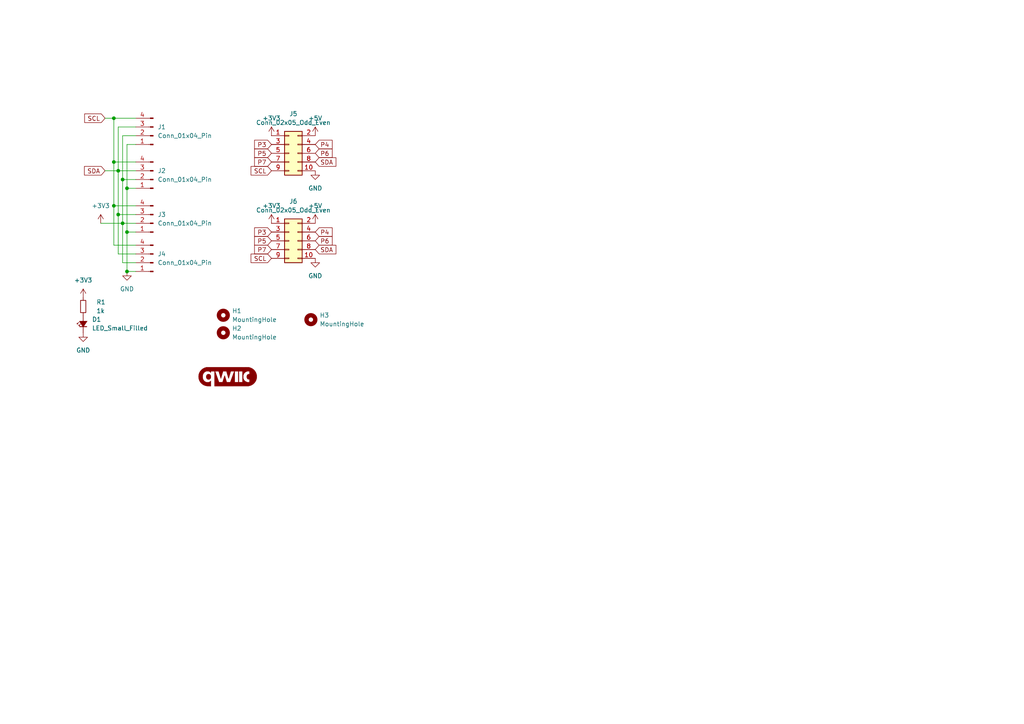
<source format=kicad_sch>
(kicad_sch (version 20231120) (generator "eeschema") (generator_version "8.0")
  (paper "A4")
  (lib_symbols
    (symbol "Connector:Conn_01x04_Pin" (pin_names (offset 1.016) hide)
      (property "Reference" "J" (at 0 5.08 0))
      (property "Value" "Conn_01x04_Pin" (at 0 -7.62 0))
      (symbol "Conn_01x04_Pin_1_1"
        (polyline (pts (xy 1.27 -5.08) (xy 0.8636 -5.08)) (stroke (width 0.1524)))
        (polyline (pts (xy 1.27 -2.54) (xy 0.8636 -2.54)) (stroke (width 0.1524)))
        (polyline (pts (xy 1.27 0) (xy 0.8636 0)) (stroke (width 0.1524)))
        (polyline (pts (xy 1.27 2.54) (xy 0.8636 2.54)) (stroke (width 0.1524)))
        (rectangle (start 0.8636 -4.953) (end 0 -5.207) (stroke (width 0.1524)) (fill (type outline)))
        (rectangle (start 0.8636 -2.413) (end 0 -2.667) (stroke (width 0.1524)) (fill (type outline)))
        (rectangle (start 0.8636 0.127) (end 0 -0.127) (stroke (width 0.1524)) (fill (type outline)))
        (rectangle (start 0.8636 2.667) (end 0 2.413) (stroke (width 0.1524)) (fill (type outline)))
        (pin passive line (at 5.08 2.54 180) (length 3.81) (name "Pin_1") (number "1"))
        (pin passive line (at 5.08 0 180) (length 3.81) (name "Pin_2") (number "2"))
        (pin passive line (at 5.08 -2.54 180) (length 3.81) (name "Pin_3") (number "3"))
        (pin passive line (at 5.08 -5.08 180) (length 3.81) (name "Pin_4") (number "4"))
      )
    )
    (symbol "Connector_Generic:Conn_02x05_Odd_Even" (pin_names (offset 1.016) hide)
      (property "Reference" "J" (at 1.27 7.62 0))
      (property "Value" "Conn_02x05_Odd_Even" (at 1.27 -7.62 0))
      (symbol "Conn_02x05_Odd_Even_1_1"
        (rectangle (start -1.27 -4.953) (end 0 -5.207) (stroke (width 0.1524)))
        (rectangle (start -1.27 -2.413) (end 0 -2.667) (stroke (width 0.1524)))
        (rectangle (start -1.27 0.127) (end 0 -0.127) (stroke (width 0.1524)))
        (rectangle (start -1.27 2.667) (end 0 2.413) (stroke (width 0.1524)))
        (rectangle (start -1.27 5.207) (end 0 4.953) (stroke (width 0.1524)))
        (rectangle (start -1.27 6.35) (end 3.81 -6.35) (stroke (width 0.254)) (fill (type background)))
        (rectangle (start 3.81 -4.953) (end 2.54 -5.207) (stroke (width 0.1524)))
        (rectangle (start 3.81 -2.413) (end 2.54 -2.667) (stroke (width 0.1524)))
        (rectangle (start 3.81 0.127) (end 2.54 -0.127) (stroke (width 0.1524)))
        (rectangle (start 3.81 2.667) (end 2.54 2.413) (stroke (width 0.1524)))
        (rectangle (start 3.81 5.207) (end 2.54 4.953) (stroke (width 0.1524)))
        (pin passive line (at -5.08 5.08 0) (length 3.81) (name "Pin_1") (number "1"))
        (pin passive line (at 7.62 -5.08 180) (length 3.81) (name "Pin_10") (number "10"))
        (pin passive line (at 7.62 5.08 180) (length 3.81) (name "Pin_2") (number "2"))
        (pin passive line (at -5.08 2.54 0) (length 3.81) (name "Pin_3") (number "3"))
        (pin passive line (at 7.62 2.54 180) (length 3.81) (name "Pin_4") (number "4"))
        (pin passive line (at -5.08 0 0) (length 3.81) (name "Pin_5") (number "5"))
        (pin passive line (at 7.62 0 180) (length 3.81) (name "Pin_6") (number "6"))
        (pin passive line (at -5.08 -2.54 0) (length 3.81) (name "Pin_7") (number "7"))
        (pin passive line (at 7.62 -2.54 180) (length 3.81) (name "Pin_8") (number "8"))
        (pin passive line (at -5.08 -5.08 0) (length 3.81) (name "Pin_9") (number "9"))
      )
    )
    (symbol "Device:LED_Small_Filled" (pin_numbers hide) (pin_names (offset 0.254) hide)
      (property "Reference" "D" (at -1.27 3.175 0))
      (property "Value" "LED_Small_Filled" (at -4.445 -2.54 0))
      (symbol "LED_Small_Filled_0_1"
        (polyline (pts (xy -0.762 -1.016) (xy -0.762 1.016)) (stroke (width 0.254)))
        (polyline (pts (xy 1.016 0) (xy -0.762 0)))
        (polyline (pts (xy 0.762 -1.016) (xy -0.762 0) (xy 0.762 1.016) (xy 0.762 -1.016)) (stroke (width 0.254)) (fill (type outline)))
        (polyline (pts (xy 0 0.762) (xy -0.508 1.27) (xy -0.254 1.27) (xy -0.508 1.27) (xy -0.508 1.016)))
        (polyline (pts (xy 0.508 1.27) (xy 0 1.778) (xy 0.254 1.778) (xy 0 1.778) (xy 0 1.524)))
      )
      (symbol "LED_Small_Filled_1_1"
        (pin passive line (at -2.54 0 0) (length 1.778) (name "K") (number "1"))
        (pin passive line (at 2.54 0 180) (length 1.778) (name "A") (number "2"))
      )
    )
    (symbol "Device:R_Small" (pin_numbers hide) (pin_names (offset 0.254) hide)
      (property "Reference" "R" (at 0.762 0.508 0))
      (property "Value" "R_Small" (at 0.762 -1.016 0))
      (symbol "R_Small_0_1"
        (rectangle (start -0.762 1.778) (end 0.762 -1.778) (stroke (width 0.2032)))
      )
      (symbol "R_Small_1_1"
        (pin passive line (at 0 2.54 270) (length 0.762) (name "~") (number "1"))
        (pin passive line (at 0 -2.54 90) (length 0.762) (name "~") (number "2"))
      )
    )
    (symbol "Mechanical:MountingHole" (pin_names (offset 1.016)) (exclude_from_sim yes) (in_bom no)
      (property "Reference" "H" (at 0 5.08 0))
      (property "Value" "MountingHole" (at 0 3.175 0))
      (symbol "MountingHole_0_1"
        (circle (center 0 0) (radius 1.27) (stroke (width 1.27)))
      )
    )
    (symbol "SparkFun-Qwiic:qwiic_Logo" (pin_names (offset 1.016)) (on_board no)
      (symbol "qwiic_Logo_0_0"
        (polyline (pts (xy -5.4327 -0.8446) (xy -5.2808 -0.8039) (xy -5.1544 -0.733) (xy -5.0492 -0.629) (xy -4.9612 -0.4891) (xy -4.9388 -0.4442) (xy -4.9077 -0.3735) (xy -4.8888 -0.3096) (xy -4.878 -0.2364) (xy -4.8713 -0.1381) (xy -4.8691 -0.0268) (xy -4.8861 0.154) (xy -4.9313 0.3092) (xy -5.006 0.4432) (xy -5.1118 0.5598) (xy -5.1427 0.5863) (xy -5.261 0.6623) (xy -5.3915 0.7052) (xy -5.544 0.7187) (xy -5.5765 0.7181) (xy -5.7259 0.6986) (xy -5.8545 0.6485) (xy -5.9707 0.5648) (xy -6.0239 0.5125) (xy -6.1186 0.3839) (xy -6.1815 0.2359) (xy -6.2139 0.0648) (xy -6.2171 -0.1327) (xy -6.208 -0.2303) (xy -6.1669 -0.4073) (xy -6.0959 -0.5571) (xy -5.9957 -0.6791) (xy -5.8667 -0.7722) (xy -5.7097 -0.8355) (xy -5.6837 -0.8418) (xy -5.5963 -0.8532) (xy -5.5114 -0.8538) (xy -5.4327 -0.8446)) (stroke (width 0.01)) (fill (type outline)))
        (polyline (pts (xy 1.114 -2.7667) (xy 6.0472 -2.7606) (xy 6.2463 -2.7148) (xy 6.337 -2.6928) (xy 6.6505 -2.5964) (xy 6.9363 -2.4737) (xy 7.1992 -2.3218) (xy 7.4443 -2.1381) (xy 7.6763 -1.9197) (xy 7.765 -1.8236) (xy 7.9726 -1.5605) (xy 8.1416 -1.2836) (xy 8.2724 -0.992) (xy 8.3654 -0.6847) (xy 8.4209 -0.3609) (xy 8.4393 -0.0196) (xy 8.4383 0.0655) (xy 8.4145 0.3752) (xy 8.3579 0.6676) (xy 8.2664 0.9511) (xy 8.138 1.234) (xy 8.0972 1.3103) (xy 7.9176 1.5925) (xy 7.7084 1.847) (xy 7.4711 2.0726) (xy 7.2073 2.2681) (xy 6.9187 2.4323) (xy 6.6067 2.5639) (xy 6.273 2.6617) (xy 6.2589 2.6648) (xy 6.2405 2.6684) (xy 6.2191 2.6716) (xy 6.1933 2.6747) (xy 6.1617 2.6775) (xy 6.1229 2.6801) (xy 6.0753 2.6825) (xy 6.0178 2.6847) (xy 5.9488 2.6867) (xy 5.8669 2.6886) (xy 5.7707 2.6902) (xy 5.6588 2.6917) (xy 5.5298 2.693) (xy 5.3823 2.6942) (xy 5.2149 2.6953) (xy 5.0261 2.6962) (xy 4.8146 2.697) (xy 4.579 2.6977) (xy 4.3178 2.6982) (xy 4.0296 2.6987) (xy 3.7131 2.6991) (xy 3.3667 2.6994) (xy 2.9892 2.6997) (xy 2.579 2.6999) (xy 2.1348 2.7) (xy 1.6552 2.7001) (xy 1.1388 2.7001) (xy 0.5841 2.7001) (xy -0.0102 2.7001) (xy -6.1292 2.7001) (xy -6.3505 2.644) (xy -6.4841 2.607) (xy -6.7964 2.4938) (xy -7.0847 2.3484) (xy -7.3523 2.1691) (xy -7.6022 1.9541) (xy -7.8228 1.7179) (xy -8.0199 1.4516) (xy -8.1801 1.1677) (xy -8.3036 0.8654) (xy -8.3907 0.5442) (xy -8.4419 0.2033) (xy -8.4512 -0.0999) (xy -8.4229 -0.4124) (xy -8.358 -0.7268) (xy -8.2573 -1.037) (xy -8.2016 -1.1697) (xy -8.0521 -1.4517) (xy -7.87 -1.7127) (xy -7.6584 -1.9504) (xy -7.4205 -2.1625) (xy -7.1593 -2.3467) (xy -6.878 -2.5006) (xy -6.5797 -2.6219) (xy -6.2674 -2.7084) (xy -5.9444 -2.7576) (xy -5.922 -2.759) (xy -5.8567 -2.7613) (xy -5.7613 -2.7635) (xy -5.6429 -2.7656) (xy -5.5083 -2.7673) (xy -5.3644 -2.7686) (xy -4.8664 -2.772) (xy -4.8664 -2.0042) (xy -4.8664 -1.2363) (xy -4.988 -1.3553) (xy -5.0139 -1.3798) (xy -5.1784 -1.503) (xy -5.3644 -1.5917) (xy -5.5706 -1.6453) (xy -5.7956 -1.6632) (xy -6.0087 -1.6503) (xy -6.2442 -1.6015) (xy -6.468 -1.5153) (xy -6.6423 -1.4122) (xy -6.8101 -1.2696) (xy -6.9545 -1.0983) (xy -7.0706 -0.9035) (xy -7.1159 -0.8066) (xy -7.1662 -0.6802) (xy -7.2032 -0.5549) (xy -7.2309 -0.4168) (xy -7.2531 -0.2517) (xy -7.2645 -0.0773) (xy -7.2559 0.1553) (xy -7.2228 0.3848) (xy -7.1667 0.6002) (xy -7.0895 0.7905) (xy -6.9738 0.984) (xy -6.8224 1.164) (xy -6.645 1.3131) (xy -6.4435 1.4296) (xy -6.2198 1.512) (xy -6.2168 1.5128) (xy -6.0991 1.5354) (xy -5.9587 1.5479) (xy -5.8081 1.5506) (xy -5.6599 1.5435) (xy -5.5266 1.5269) (xy -5.4208 1.5009) (xy -5.3121 1.4578) (xy -5.1345 1.3582) (xy -4.9742 1.2256) (xy -4.8664 1.1205) (xy -4.8664 1.32) (xy -4.8664 1.5195) (xy -4.3428 1.5195) (xy -3.8192 1.5195) (xy -3.8192 1.5092) (xy -3.651 1.5092) (xy -3.1359 1.5147) (xy -3.0732 1.5153) (xy -2.9054 1.5158) (xy -2.7765 1.5144) (xy -2.6848 1.5109) (xy -2.6289 1.5054) (xy -2.607 1.4977) (xy -2.6049 1.4928) (xy -2.5923 1.4545) (xy -2.5697 1.3821) (xy -2.5383 1.2793) (xy -2.4992 1.1497) (xy -2.4535 0.9973) (xy -2.4024 0.8257) (xy -2.3469 0.6386) (xy -2.2883 0.4399) (xy -2.2626 0.353) (xy -2.2055 0.1609) (xy -2.152 -0.0169) (xy -2.1032 -0.1766) (xy -2.0604 -0.3147) (xy -2.0246 -0.4277) (xy -1.9968 -0.512) (xy -1.9783 -0.564) (xy -1.9702 -0.5801) (xy -1.9654 -0.5681) (xy -1.9499 -0.5201) (xy -1.9252 -0.4397) (xy -1.8924 -0.3308) (xy -1.8529 -0.1975) (xy -1.8079 -0.0439) (xy -1.7584 0.1259) (xy -1.7059 0.308) (xy -1.6754 0.4138) (xy -1.6217 0.6001) (xy -1.5705 0.7774) (xy -1.5233 0.9405) (xy -1.4815 1.0844) (xy -1.4467 1.2041) (xy -1.4202 1.2945) (xy -1.4037 1.3504) (xy -1.3525 1.5202) (xy -0.8571 1.5147) (xy -0.3617 1.5092) (xy -0.2632 1.1704) (xy -0.2457 1.1103) (xy -0.1592 0.8126) (xy -0.0832 0.5516) (xy -0.017 0.325) (xy 0.04 0.1304) (xy 0.0886 -0.0344) (xy 0.1296 -0.1717) (xy 0.1636 -0.2838) (xy 0.1915 -0.3731) (xy 0.2138 -0.4419) (xy 0.2315 -0.4925) (xy 0.2451 -0.5272) (xy 0.2555 -0.5482) (xy 0.2633 -0.558) (xy 0.2693 -0.5588) (xy 0.2742 -0.5529) (xy 0.2787 -0.5426) (xy 0.2801 -0.5389) (xy 0.2928 -0.4995) (xy 0.3157 -0.4255) (xy 0.3473 -0.3211) (xy 0.3867 -0.1902) (xy 0.4325 -0.0368) (xy 0.4835 0.1352) (xy 0.5386 0.3216) (xy 0.5966 0.5185) (xy 0.8908 1.5195) (xy 1.3899 1.5195) (xy 1.4919 1.5192) (xy 1.6201 1.518) (xy 1.7294 1.5159) (xy 1.8144 1.5132) (xy 1.8695 1.5099) (xy 1.8891 1.5062) (xy 1.8878 1.5017) (xy 1.8751 1.465) (xy 1.8498 1.3939) (xy 1.8129 1.2913) (xy 1.7656 1.1601) (xy 1.7087 1.0033) (xy 1.6435 0.8236) (xy 1.5709 0.6241) (xy 1.4919 0.4076) (xy 1.4078 0.1771) (xy 1.3194 -0.0646) (xy 0.7498 -1.6222) (xy 2.0329 -1.6222) (xy 2.0329 -0.0513) (xy 2.0329 1.5195) (xy 2.5462 1.5195) (xy 3.0595 1.5195) (xy 3.0595 -0.0513) (xy 3.0595 -1.6222) (xy 3.2649 -1.6222) (xy 3.2649 -0.0513) (xy 3.2649 1.5195) (xy 3.7782 1.5195) (xy 4.2916 1.5195) (xy 4.2916 -0.0513) (xy 4.2916 -0.0616) (xy 4.5072 -0.0616) (xy 4.51 0.109) (xy 4.5206 0.2597) (xy 4.5412 0.3904) (xy 4.5742 0.5118) (xy 4.6219 0.6344) (xy 4.6865 0.7688) (xy 4.7189 0.8272) (xy 4.8331 0.9884) (xy 4.9744 1.1395) (xy 5.1327 1.2705) (xy 5.2977 1.3713) (xy 5.3343 1.3892) (xy 5.5052 1.4608) (xy 5.6736 1.5089) (xy 5.8531 1.5366) (xy 6.0574 1.547) (xy 6.3141 1.5503) (xy 6.3197 1.1242) (xy 6.3252 0.6981) (xy 6.1657 0.6977) (xy 6.0758 0.6938) (xy 5.9577 0.6711) (xy 5.8554 0.6239) (xy 5.7556 0.5473) (xy 5.6613 0.4359) (xy 5.592 0.2991) (xy 5.5481 0.1445) (xy 5.53 -0.0204) (xy 5.5379 -0.188) (xy 5.572 -0.3512) (xy 5.6325 -0.5023) (xy 5.7197 -0.634) (xy 5.7811 -0.6969) (xy 5.8788 -0.7612) (xy 5.9969 -0.8003) (xy 6.1437 -0.8177) (xy 6.3252 -0.8264) (xy 6.3197 -1.2397) (xy 6.3141 -1.653) (xy 6.119 -1.6559) (xy 6.0236 -1.6559) (xy 5.821 -1.6423) (xy 5.6365 -1.6074) (xy 5.4566 -1.5482) (xy 5.2677 -1.4615) (xy 5.1266 -1.3784) (xy 4.9456 -1.2329) (xy 4.7938 -1.0591) (xy 4.6732 -0.8591) (xy 4.6423 -0.7948) (xy 4.5921 -0.6805) (xy 4.5558 -0.5768) (xy 4.5314 -0.4734) (xy 4.5165 -0.3599) (xy 4.5092 -0.2261) (xy 4.5072 -0.0616) (xy 4.2916 -0.0616) (xy 4.2916 -1.6222) (xy 3.7782 -1.6222) (xy 3.2649 -1.6222) (xy 3.0595 -1.6222) (xy 2.5462 -1.6222) (xy 2.0329 -1.6222) (xy 0.7498 -1.6222) (xy 0.2363 -1.6221) (xy -0.2772 -1.6221) (xy -0.5736 -0.6568) (xy -0.583 -0.626) (xy -0.6413 -0.4378) (xy -0.696 -0.2633) (xy -0.746 -0.106) (xy -0.7901 0.0304) (xy -0.8272 0.1421) (xy -0.8559 0.2255) (xy -0.8751 0.277) (xy -0.8836 0.2929) (xy -0.8838 0.2926) (xy -0.8932 0.2679) (xy -0.9134 0.208) (xy -0.9431 0.1169) (xy -0.9811 -0.0016) (xy -1.0262 -0.1436) (xy -1.0771 -0.3054) (xy -1.1326 -0.483) (xy -1.1916 -0.6725) (xy -1.4859 -1.6222) (xy -2.0006 -1.6218) (xy -2.5153 -1.6215) (xy -3.0831 -0.0561) (xy -3.651 1.5092) (xy -3.8192 1.5092) (xy -3.8192 -0.6267) (xy -3.8192 -2.7729) (xy 1.114 -2.7667)) (stroke (width 0.01)) (fill (type outline)))
      )
    )
    (symbol "power:+3V3" (power) (pin_numbers hide) (pin_names (offset 0) hide)
      (property "Value" "+3V3" (at 0 3.556 0))
      (symbol "+3V3_0_1"
        (polyline (pts (xy -0.762 1.27) (xy 0 2.54)))
        (polyline (pts (xy 0 0) (xy 0 2.54)))
        (polyline (pts (xy 0 2.54) (xy 0.762 1.27)))
      )
      (symbol "+3V3_1_1"
        (pin power_in line (at 0 0 90) (length 0) (name "~") (number "1"))
      )
    )
    (symbol "power:+5V" (power) (pin_numbers hide) (pin_names (offset 0) hide)
      (property "Value" "+5V" (at 0 3.556 0))
      (symbol "+5V_0_1"
        (polyline (pts (xy -0.762 1.27) (xy 0 2.54)))
        (polyline (pts (xy 0 0) (xy 0 2.54)))
        (polyline (pts (xy 0 2.54) (xy 0.762 1.27)))
      )
      (symbol "+5V_1_1"
        (pin power_in line (at 0 0 90) (length 0) (name "~") (number "1"))
      )
    )
    (symbol "power:GND" (power) (pin_numbers hide) (pin_names (offset 0) hide)
      (property "Value" "GND" (at 0 -3.81 0))
      (symbol "GND_0_1"
        (polyline (pts (xy 0 0) (xy 0 -1.27) (xy 1.27 -1.27) (xy 0 -2.54) (xy -1.27 -1.27) (xy 0 -1.27)))
      )
      (symbol "GND_1_1"
        (pin power_in line (at 0 0 270) (length 0) (name "~") (number "1"))
      )
    )
  )
  (junction (at 36.83 67.31))
  (junction (at 33.02 34.29))
  (junction (at 33.02 46.99))
  (junction (at 36.83 78.74))
  (junction (at 34.29 49.53))
  (junction (at 36.83 54.61))
  (junction (at 34.29 62.23))
  (junction (at 33.02 59.69))
  (junction (at 35.56 52.07))
  (junction (at 35.56 64.77))
  (wire (pts (xy 33.02 46.99) (xy 33.02 59.69)))
  (wire (pts (xy 35.56 39.37) (xy 39.37 39.37)))
  (wire (pts (xy 33.02 59.69) (xy 39.37 59.69)))
  (wire (pts (xy 35.56 52.07) (xy 35.56 39.37)))
  (wire (pts (xy 36.83 67.31) (xy 36.83 78.74)))
  (wire (pts (xy 36.83 67.31) (xy 39.37 67.31)))
  (wire (pts (xy 39.37 76.2) (xy 35.56 76.2)))
  (wire (pts (xy 36.83 54.61) (xy 39.37 54.61)))
  (wire (pts (xy 29.21 64.77) (xy 35.56 64.77)))
  (wire (pts (xy 30.48 49.53) (xy 34.29 49.53)))
  (wire (pts (xy 33.02 71.12) (xy 39.37 71.12)))
  (wire (pts (xy 34.29 73.66) (xy 39.37 73.66)))
  (wire (pts (xy 33.02 46.99) (xy 39.37 46.99)))
  (wire (pts (xy 34.29 36.83) (xy 34.29 49.53)))
  (wire (pts (xy 30.48 34.29) (xy 33.02 34.29)))
  (wire (pts (xy 39.37 41.91) (xy 36.83 41.91)))
  (wire (pts (xy 36.83 41.91) (xy 36.83 54.61)))
  (wire (pts (xy 34.29 49.53) (xy 34.29 62.23)))
  (wire (pts (xy 33.02 59.69) (xy 33.02 71.12)))
  (wire (pts (xy 34.29 62.23) (xy 39.37 62.23)))
  (wire (pts (xy 35.56 52.07) (xy 39.37 52.07)))
  (wire (pts (xy 34.29 62.23) (xy 34.29 73.66)))
  (wire (pts (xy 36.83 78.74) (xy 39.37 78.74)))
  (wire (pts (xy 35.56 64.77) (xy 35.56 52.07)))
  (wire (pts (xy 33.02 34.29) (xy 33.02 46.99)))
  (wire (pts (xy 35.56 64.77) (xy 39.37 64.77)))
  (wire (pts (xy 39.37 36.83) (xy 34.29 36.83)))
  (wire (pts (xy 34.29 49.53) (xy 39.37 49.53)))
  (wire (pts (xy 39.37 34.29) (xy 33.02 34.29)))
  (wire (pts (xy 36.83 54.61) (xy 36.83 67.31)))
  (wire (pts (xy 35.56 76.2) (xy 35.56 64.77)))
  (global_label "P5" (shape input) (at 78.74 69.85 180) (property "Intersheetrefs" "${INTERSHEET_REFS}" (effects (hide yes))))
  (global_label "SCL" (shape input) (at 78.74 74.93 180) (property "Intersheetrefs" "${INTERSHEET_REFS}" (effects (hide yes))))
  (global_label "P4" (shape input) (at 91.44 67.31 0) (property "Intersheetrefs" "${INTERSHEET_REFS}" (effects (hide yes))))
  (global_label "P5" (shape input) (at 78.74 44.45 180) (property "Intersheetrefs" "${INTERSHEET_REFS}" (effects (hide yes))))
  (global_label "SDA" (shape input) (at 91.44 46.99 0) (property "Intersheetrefs" "${INTERSHEET_REFS}" (effects (hide yes))))
  (global_label "SCL" (shape input) (at 30.48 34.29 180) (property "Intersheetrefs" "${INTERSHEET_REFS}" (effects (hide yes))))
  (global_label "SDA" (shape input) (at 91.44 72.39 0) (property "Intersheetrefs" "${INTERSHEET_REFS}" (effects (hide yes))))
  (global_label "SCL" (shape input) (at 78.74 49.53 180) (property "Intersheetrefs" "${INTERSHEET_REFS}" (effects (hide yes))))
  (global_label "P6" (shape input) (at 91.44 69.85 0) (property "Intersheetrefs" "${INTERSHEET_REFS}" (effects (hide yes))))
  (global_label "P7" (shape input) (at 78.74 46.99 180) (property "Intersheetrefs" "${INTERSHEET_REFS}" (effects (hide yes))))
  (global_label "P3" (shape input) (at 78.74 41.91 180) (property "Intersheetrefs" "${INTERSHEET_REFS}" (effects (hide yes))))
  (global_label "P3" (shape input) (at 78.74 67.31 180) (property "Intersheetrefs" "${INTERSHEET_REFS}" (effects (hide yes))))
  (global_label "SDA" (shape input) (at 30.48 49.53 180) (property "Intersheetrefs" "${INTERSHEET_REFS}" (effects (hide yes))))
  (global_label "P7" (shape input) (at 78.74 72.39 180) (property "Intersheetrefs" "${INTERSHEET_REFS}" (effects (hide yes))))
  (global_label "P6" (shape input) (at 91.44 44.45 0) (property "Intersheetrefs" "${INTERSHEET_REFS}" (effects (hide yes))))
  (global_label "P4" (shape input) (at 91.44 41.91 0) (property "Intersheetrefs" "${INTERSHEET_REFS}" (effects (hide yes))))
  (symbol (lib_id "Device:LED_Small_Filled") (at 24.13 93.98 90) (unit 1)
    (property "Reference" "D1" (at 26.67 92.6464 90) (effects (justify right)))
    (property "Value" "LED_Small_Filled" (at 26.67 95.1864 90) (effects (justify right)))
    (property "Footprint" "LED_SMD:LED_0603_1608Metric" (effects (hide yes)))
    (property "Description" "Light emitting diode, small symbol, filled shape" (effects (hide yes)))
  )
  (symbol (lib_id "Connector:Conn_01x04_Pin") (at 44.45 52.07 180) (unit 1)
    (property "Reference" "J2" (at 45.72 49.5299 0) (effects (justify right)))
    (property "Value" "Conn_01x04_Pin" (at 45.72 52.0699 0) (effects (justify right)))
    (property "Footprint" "Connector_JST:JST_SH_SM04B-SRSS-TB_1x04-1MP_P1.00mm_Horizontal" (effects (hide yes)))
    (property "Description" "Generic connector, single row, 01x04, script generated" (effects (hide yes)))
  )
  (symbol (lib_id "power:GND") (at 91.44 49.53 0) (unit 1)
    (property "Reference" "#PWR4" (effects (hide yes)))
    (property "Value" "GND" (at 91.44 54.61 0))
    (property "Description" "Power symbol creates a global label with name \"GND\" , ground" (effects (hide yes)))
  )
  (symbol (lib_id "Connector_Generic:Conn_02x05_Odd_Even") (at 83.82 69.85 0) (unit 1)
    (property "Reference" "J6" (at 85.09 58.42 0))
    (property "Value" "Conn_02x05_Odd_Even" (at 85.09 60.96 0))
    (property "Footprint" "Connector_PinHeader_1.27mm:PinHeader_2x05_P1.27mm_Vertical_SMD" (effects (hide yes)))
    (property "Description" "Generic connector, double row, 02x05, odd/even pin numbering scheme (row 1 odd numbers, row 2 even numbers), script generated (kicad-library-utils/schlib/autogen/connector/)" (effects (hide yes)))
  )
  (symbol (lib_id "power:+3V3") (at 24.13 86.36 0) (unit 1)
    (property "Reference" "#PWR9" (effects (hide yes)))
    (property "Value" "+3V3" (at 24.13 81.28 0))
    (property "Description" "Power symbol creates a global label with name \"+3V3\"" (effects (hide yes)))
  )
  (symbol (lib_id "power:+3V3") (at 29.21 64.77 0) (unit 1)
    (property "Reference" "#PWR2" (effects (hide yes)))
    (property "Value" "+3V3" (at 29.21 59.69 0))
    (property "Description" "Power symbol creates a global label with name \"+3V3\"" (effects (hide yes)))
  )
  (symbol (lib_id "power:+5V") (at 91.44 39.37 0) (unit 1)
    (property "Reference" "#PWR5" (effects (hide yes)))
    (property "Value" "+5V" (at 91.44 34.29 0))
    (property "Description" "Power symbol creates a global label with name \"+5V\"" (effects (hide yes)))
  )
  (symbol (lib_id "SparkFun-Qwiic:qwiic_Logo") (at 66.04 109.22 0) (unit 1) (on_board no)
    (property "Reference" "G1" (effects (hide yes)))
    (property "Value" "qwiic_Logo" (effects (hide yes)))
    (property "Footprint" "SparkFun-Qwiic:qwiic_4mm" (effects (hide yes)))
  )
  (symbol (lib_id "Mechanical:MountingHole") (at 90.17 92.71 0) (unit 1) (exclude_from_sim yes) (in_bom no)
    (property "Reference" "H3" (at 92.71 91.4399 0) (effects (justify left)))
    (property "Value" "MountingHole" (at 92.71 93.9799 0) (effects (justify left)))
    (property "Footprint" "MountingHole:MountingHole_2.5mm" (effects (hide yes)))
    (property "Description" "Mounting Hole without connection" (effects (hide yes)))
  )
  (symbol (lib_id "power:+5V") (at 91.44 64.77 0) (unit 1)
    (property "Reference" "#PWR7" (effects (hide yes)))
    (property "Value" "+5V" (at 91.44 59.69 0))
    (property "Description" "Power symbol creates a global label with name \"+5V\"" (effects (hide yes)))
  )
  (symbol (lib_id "power:GND") (at 91.44 74.93 0) (unit 1)
    (property "Reference" "#PWR8" (effects (hide yes)))
    (property "Value" "GND" (at 91.44 80.01 0))
    (property "Description" "Power symbol creates a global label with name \"GND\" , ground" (effects (hide yes)))
  )
  (symbol (lib_id "Connector_Generic:Conn_02x05_Odd_Even") (at 83.82 44.45 0) (unit 1)
    (property "Reference" "J5" (at 85.09 33.02 0))
    (property "Value" "Conn_02x05_Odd_Even" (at 85.09 35.56 0))
    (property "Footprint" "Connector_PinHeader_1.27mm:PinHeader_2x05_P1.27mm_Vertical_SMD" (effects (hide yes)))
    (property "Description" "Generic connector, double row, 02x05, odd/even pin numbering scheme (row 1 odd numbers, row 2 even numbers), script generated (kicad-library-utils/schlib/autogen/connector/)" (effects (hide yes)))
  )
  (symbol (lib_id "power:+3V3") (at 78.74 39.37 0) (unit 1)
    (property "Reference" "#PWR1" (effects (hide yes)))
    (property "Value" "+3V3" (at 78.74 34.29 0))
    (property "Description" "Power symbol creates a global label with name \"+3V3\"" (effects (hide yes)))
  )
  (symbol (lib_id "power:GND") (at 36.83 78.74 0) (unit 1)
    (property "Reference" "#PWR3" (effects (hide yes)))
    (property "Value" "GND" (at 36.83 83.82 0))
    (property "Description" "Power symbol creates a global label with name \"GND\" , ground" (effects (hide yes)))
  )
  (symbol (lib_id "Mechanical:MountingHole") (at 64.77 96.52 0) (unit 1) (exclude_from_sim yes) (in_bom no)
    (property "Reference" "H2" (at 67.31 95.2499 0) (effects (justify left)))
    (property "Value" "MountingHole" (at 67.31 97.7899 0) (effects (justify left)))
    (property "Footprint" "MountingHole:MountingHole_3.2mm_M3" (effects (hide yes)))
    (property "Description" "Mounting Hole without connection" (effects (hide yes)))
  )
  (symbol (lib_id "Connector:Conn_01x04_Pin") (at 44.45 39.37 180) (unit 1)
    (property "Reference" "J1" (at 45.72 36.8299 0) (effects (justify right)))
    (property "Value" "Conn_01x04_Pin" (at 45.72 39.3699 0) (effects (justify right)))
    (property "Footprint" "Connector_JST:JST_SH_SM04B-SRSS-TB_1x04-1MP_P1.00mm_Horizontal" (effects (hide yes)))
    (property "Description" "Generic connector, single row, 01x04, script generated" (effects (hide yes)))
  )
  (symbol (lib_id "Device:R_Small") (at 24.13 88.9 0) (unit 1)
    (property "Reference" "R1" (at 27.94 87.6299 0) (effects (justify left)))
    (property "Value" "1k" (at 27.94 90.1699 0) (effects (justify left)))
    (property "Footprint" "Resistor_SMD:R_0402_1005Metric_Pad0.72x0.64mm_HandSolder" (effects (hide yes)))
    (property "Description" "Resistor, small symbol" (effects (hide yes)))
  )
  (symbol (lib_id "Mechanical:MountingHole") (at 64.77 91.44 0) (unit 1) (exclude_from_sim yes) (in_bom no)
    (property "Reference" "H1" (at 67.31 90.1699 0) (effects (justify left)))
    (property "Value" "MountingHole" (at 67.31 92.7099 0) (effects (justify left)))
    (property "Footprint" "MountingHole:MountingHole_3.2mm_M3" (effects (hide yes)))
    (property "Description" "Mounting Hole without connection" (effects (hide yes)))
  )
  (symbol (lib_id "Connector:Conn_01x04_Pin") (at 44.45 76.2 180) (unit 1)
    (property "Reference" "J4" (at 45.72 73.6599 0) (effects (justify right)))
    (property "Value" "Conn_01x04_Pin" (at 45.72 76.1999 0) (effects (justify right)))
    (property "Footprint" "Connector_JST:JST_SH_SM04B-SRSS-TB_1x04-1MP_P1.00mm_Horizontal" (effects (hide yes)))
    (property "Description" "Generic connector, single row, 01x04, script generated" (effects (hide yes)))
  )
  (symbol (lib_id "power:+3V3") (at 78.74 64.77 0) (unit 1)
    (property "Reference" "#PWR6" (effects (hide yes)))
    (property "Value" "+3V3" (at 78.74 59.69 0))
    (property "Description" "Power symbol creates a global label with name \"+3V3\"" (effects (hide yes)))
  )
  (symbol (lib_id "Connector:Conn_01x04_Pin") (at 44.45 64.77 180) (unit 1)
    (property "Reference" "J3" (at 45.72 62.2299 0) (effects (justify right)))
    (property "Value" "Conn_01x04_Pin" (at 45.72 64.7699 0) (effects (justify right)))
    (property "Footprint" "Connector_JST:JST_SH_SM04B-SRSS-TB_1x04-1MP_P1.00mm_Horizontal" (effects (hide yes)))
    (property "Description" "Generic connector, single row, 01x04, script generated" (effects (hide yes)))
  )
  (symbol (lib_id "power:GND") (at 24.13 96.52 0) (unit 1)
    (property "Reference" "#PWR10" (effects (hide yes)))
    (property "Value" "GND" (at 24.13 101.6 0))
    (property "Description" "Power symbol creates a global label with name \"GND\" , ground" (effects (hide yes)))
  )
)
</source>
